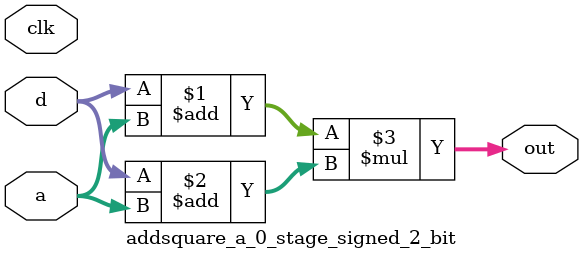
<source format=sv>
(* use_dsp = "yes" *) module addsquare_a_0_stage_signed_2_bit(
	input signed [1:0] a,
	input signed [1:0] d,
	output [1:0] out,
	input clk);

	assign out = (d + a) * (d + a);
endmodule

</source>
